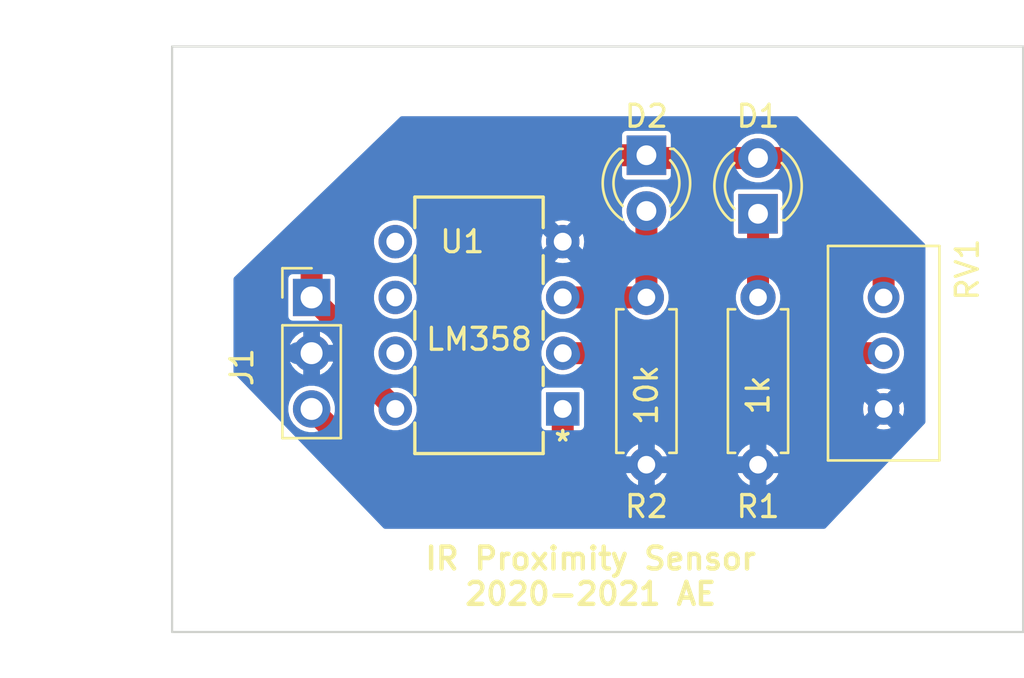
<source format=kicad_pcb>
(kicad_pcb (version 20171130) (host pcbnew "(5.1.8)-1")

  (general
    (thickness 1.6)
    (drawings 5)
    (tracks 23)
    (zones 0)
    (modules 11)
    (nets 7)
  )

  (page A4)
  (layers
    (0 F.Cu signal)
    (31 B.Cu signal)
    (32 B.Adhes user)
    (33 F.Adhes user)
    (34 B.Paste user)
    (35 F.Paste user)
    (36 B.SilkS user)
    (37 F.SilkS user)
    (38 B.Mask user)
    (39 F.Mask user)
    (40 Dwgs.User user)
    (41 Cmts.User user)
    (42 Eco1.User user)
    (43 Eco2.User user)
    (44 Edge.Cuts user)
    (45 Margin user)
    (46 B.CrtYd user)
    (47 F.CrtYd user)
    (48 B.Fab user)
    (49 F.Fab user)
  )

  (setup
    (last_trace_width 0.25)
    (user_trace_width 0.3)
    (user_trace_width 0.35)
    (user_trace_width 0.4)
    (user_trace_width 0.45)
    (user_trace_width 0.5)
    (user_trace_width 1)
    (user_trace_width 1.2)
    (trace_clearance 0.2)
    (zone_clearance 0.208)
    (zone_45_only no)
    (trace_min 0.2)
    (via_size 0.8)
    (via_drill 0.4)
    (via_min_size 0.4)
    (via_min_drill 0.3)
    (uvia_size 0.3)
    (uvia_drill 0.1)
    (uvias_allowed no)
    (uvia_min_size 0.2)
    (uvia_min_drill 0.1)
    (edge_width 0.05)
    (segment_width 0.2)
    (pcb_text_width 0.3)
    (pcb_text_size 1.5 1.5)
    (mod_edge_width 0.12)
    (mod_text_size 1 1)
    (mod_text_width 0.15)
    (pad_size 1.524 1.524)
    (pad_drill 0.762)
    (pad_to_mask_clearance 0)
    (aux_axis_origin 0 0)
    (visible_elements 7FFFFFFF)
    (pcbplotparams
      (layerselection 0x010f0_ffffffff)
      (usegerberextensions true)
      (usegerberattributes true)
      (usegerberadvancedattributes true)
      (creategerberjobfile true)
      (excludeedgelayer true)
      (linewidth 0.100000)
      (plotframeref false)
      (viasonmask false)
      (mode 1)
      (useauxorigin false)
      (hpglpennumber 1)
      (hpglpenspeed 20)
      (hpglpendiameter 15.000000)
      (psnegative false)
      (psa4output false)
      (plotreference true)
      (plotvalue true)
      (plotinvisibletext false)
      (padsonsilk false)
      (subtractmaskfromsilk false)
      (outputformat 1)
      (mirror false)
      (drillshape 0)
      (scaleselection 1)
      (outputdirectory "Tachometer_gerbers/"))
  )

  (net 0 "")
  (net 1 "Net-(D1-Pad2)")
  (net 2 "Net-(D1-Pad1)")
  (net 3 "Net-(D2-Pad2)")
  (net 4 "Net-(J1-Pad3)")
  (net 5 "Net-(J1-Pad2)")
  (net 6 "Net-(RV1-Pad2)")

  (net_class Default "This is the default net class."
    (clearance 0.2)
    (trace_width 0.25)
    (via_dia 0.8)
    (via_drill 0.4)
    (uvia_dia 0.3)
    (uvia_drill 0.1)
    (add_net "Net-(D1-Pad1)")
    (add_net "Net-(D1-Pad2)")
    (add_net "Net-(D2-Pad2)")
    (add_net "Net-(J1-Pad2)")
    (add_net "Net-(J1-Pad3)")
    (add_net "Net-(RV1-Pad2)")
  )

  (module MountingHole:MountingHole_3.2mm_M3 (layer F.Cu) (tedit 56D1B4CB) (tstamp 5FC15C9B)
    (at 107.315 92.075)
    (descr "Mounting Hole 3.2mm, no annular, M3")
    (tags "mounting hole 3.2mm no annular m3")
    (attr virtual)
    (fp_text reference MH3 (at 0 7.62) (layer F.SilkS) hide
      (effects (font (size 1 1) (thickness 0.15)))
    )
    (fp_text value MountingHole_3.2mm_M3 (at -5.715 5.08 180) (layer F.Fab)
      (effects (font (size 1 1) (thickness 0.15)))
    )
    (fp_circle (center 0 0) (end 3.45 0) (layer F.CrtYd) (width 0.05))
    (fp_circle (center 0 0) (end 3.2 0) (layer Cmts.User) (width 0.15))
    (fp_text user %R (at 0.3 0) (layer F.Fab)
      (effects (font (size 1 1) (thickness 0.15)))
    )
    (pad 1 np_thru_hole circle (at 0 0) (size 3.2 3.2) (drill 3.2) (layers *.Cu *.Mask))
  )

  (module MountingHole:MountingHole_3.2mm_M3 (layer F.Cu) (tedit 56D1B4CB) (tstamp 5FC15C70)
    (at 76.2 92.075)
    (descr "Mounting Hole 3.2mm, no annular, M3")
    (tags "mounting hole 3.2mm no annular m3")
    (attr virtual)
    (fp_text reference MH4 (at 0 7.62) (layer F.SilkS) hide
      (effects (font (size 1 1) (thickness 0.15)))
    )
    (fp_text value MountingHole_3.2mm_M3 (at 5.715 5.08) (layer F.Fab)
      (effects (font (size 1 1) (thickness 0.15)))
    )
    (fp_circle (center 0 0) (end 3.45 0) (layer F.CrtYd) (width 0.05))
    (fp_circle (center 0 0) (end 3.2 0) (layer Cmts.User) (width 0.15))
    (fp_text user %R (at 0.3 0) (layer F.Fab)
      (effects (font (size 1 1) (thickness 0.15)))
    )
    (pad 1 np_thru_hole circle (at 0 0) (size 3.2 3.2) (drill 3.2) (layers *.Cu *.Mask))
  )

  (module MountingHole:MountingHole_3.2mm_M3 (layer F.Cu) (tedit 56D1B4CB) (tstamp 5FC15BF8)
    (at 107.315 73.025)
    (descr "Mounting Hole 3.2mm, no annular, M3")
    (tags "mounting hole 3.2mm no annular m3")
    (attr virtual)
    (fp_text reference MH2 (at 0 -6.985 180) (layer F.SilkS) hide
      (effects (font (size 1 1) (thickness 0.15)))
    )
    (fp_text value MountingHole_3.2mm_M3 (at -5.715 -5.08 180) (layer F.Fab)
      (effects (font (size 1 1) (thickness 0.15)))
    )
    (fp_circle (center 0 0) (end 3.45 0) (layer F.CrtYd) (width 0.05))
    (fp_circle (center 0 0) (end 3.2 0) (layer Cmts.User) (width 0.15))
    (fp_text user %R (at 0.3 0) (layer F.Fab)
      (effects (font (size 1 1) (thickness 0.15)))
    )
    (pad 1 np_thru_hole circle (at 0 0) (size 3.2 3.2) (drill 3.2) (layers *.Cu *.Mask))
  )

  (module MountingHole:MountingHole_3.2mm_M3 (layer F.Cu) (tedit 56D1B4CB) (tstamp 5FC15BD4)
    (at 76.2 73.025)
    (descr "Mounting Hole 3.2mm, no annular, M3")
    (tags "mounting hole 3.2mm no annular m3")
    (attr virtual)
    (fp_text reference MH1 (at 0 -6.985) (layer F.SilkS) hide
      (effects (font (size 1 1) (thickness 0.15)))
    )
    (fp_text value MountingHole_3.2mm_M3 (at 5.08 -5.08 180) (layer F.Fab)
      (effects (font (size 1 1) (thickness 0.15)))
    )
    (fp_circle (center 0 0) (end 3.45 0) (layer F.CrtYd) (width 0.05))
    (fp_circle (center 0 0) (end 3.2 0) (layer Cmts.User) (width 0.15))
    (fp_text user %R (at 0.3 0) (layer F.Fab)
      (effects (font (size 1 1) (thickness 0.15)))
    )
    (pad 1 np_thru_hole circle (at 0 0) (size 3.2 3.2) (drill 3.2) (layers *.Cu *.Mask))
  )

  (module Potentiometer_THT:Potentiometer_Bourns_3296W_Vertical (layer F.Cu) (tedit 5A3D4994) (tstamp 5FB78FF5)
    (at 104.775 80.645 90)
    (descr "Potentiometer, vertical, Bourns 3296W, https://www.bourns.com/pdfs/3296.pdf")
    (tags "Potentiometer vertical Bourns 3296W")
    (path /5FB22F70)
    (fp_text reference RV1 (at 1.27 3.81 270) (layer F.SilkS)
      (effects (font (size 1 1) (thickness 0.15)))
    )
    (fp_text value R_POT (at -3.175 3.67 90) (layer F.Fab)
      (effects (font (size 1 1) (thickness 0.15)))
    )
    (fp_line (start 2.5 -2.7) (end -7.6 -2.7) (layer F.CrtYd) (width 0.05))
    (fp_line (start 2.5 2.7) (end 2.5 -2.7) (layer F.CrtYd) (width 0.05))
    (fp_line (start -7.6 2.7) (end 2.5 2.7) (layer F.CrtYd) (width 0.05))
    (fp_line (start -7.6 -2.7) (end -7.6 2.7) (layer F.CrtYd) (width 0.05))
    (fp_line (start 2.345 -2.53) (end 2.345 2.54) (layer F.SilkS) (width 0.12))
    (fp_line (start -7.425 -2.53) (end -7.425 2.54) (layer F.SilkS) (width 0.12))
    (fp_line (start -7.425 2.54) (end 2.345 2.54) (layer F.SilkS) (width 0.12))
    (fp_line (start -7.425 -2.53) (end 2.345 -2.53) (layer F.SilkS) (width 0.12))
    (fp_line (start 0.955 2.235) (end 0.956 0.066) (layer F.Fab) (width 0.1))
    (fp_line (start 0.955 2.235) (end 0.956 0.066) (layer F.Fab) (width 0.1))
    (fp_line (start 2.225 -2.41) (end -7.305 -2.41) (layer F.Fab) (width 0.1))
    (fp_line (start 2.225 2.42) (end 2.225 -2.41) (layer F.Fab) (width 0.1))
    (fp_line (start -7.305 2.42) (end 2.225 2.42) (layer F.Fab) (width 0.1))
    (fp_line (start -7.305 -2.41) (end -7.305 2.42) (layer F.Fab) (width 0.1))
    (fp_circle (center 0.955 1.15) (end 2.05 1.15) (layer F.Fab) (width 0.1))
    (fp_text user %R (at 1.27 3.81 270) (layer F.Fab)
      (effects (font (size 1 1) (thickness 0.15)))
    )
    (pad 3 thru_hole circle (at -5.08 0 90) (size 1.44 1.44) (drill 0.8) (layers *.Cu *.Mask)
      (net 5 "Net-(J1-Pad2)"))
    (pad 2 thru_hole circle (at -2.54 0 90) (size 1.44 1.44) (drill 0.8) (layers *.Cu *.Mask)
      (net 6 "Net-(RV1-Pad2)"))
    (pad 1 thru_hole circle (at 0 0 90) (size 1.44 1.44) (drill 0.8) (layers *.Cu *.Mask)
      (net 1 "Net-(D1-Pad2)"))
    (model ${KISYS3DMOD}/Potentiometer_THT.3dshapes/Potentiometer_Bourns_3296W_Vertical.wrl
      (at (xyz 0 0 0))
      (scale (xyz 1 1 1))
      (rotate (xyz 0 0 0))
    )
  )

  (module Resistor_THT:R_Axial_DIN0207_L6.3mm_D2.5mm_P7.62mm_Horizontal (layer F.Cu) (tedit 5AE5139B) (tstamp 5FB78FD9)
    (at 93.98 80.645 270)
    (descr "Resistor, Axial_DIN0207 series, Axial, Horizontal, pin pitch=7.62mm, 0.25W = 1/4W, length*diameter=6.3*2.5mm^2, http://cdn-reichelt.de/documents/datenblatt/B400/1_4W%23YAG.pdf")
    (tags "Resistor Axial_DIN0207 series Axial Horizontal pin pitch 7.62mm 0.25W = 1/4W length 6.3mm diameter 2.5mm")
    (path /5FB22808)
    (fp_text reference R2 (at 9.525 0) (layer F.SilkS)
      (effects (font (size 1 1) (thickness 0.15)))
    )
    (fp_text value 10k (at 4.445 0 270) (layer F.SilkS)
      (effects (font (size 1 1) (thickness 0.15)))
    )
    (fp_line (start 8.67 -1.5) (end -1.05 -1.5) (layer F.CrtYd) (width 0.05))
    (fp_line (start 8.67 1.5) (end 8.67 -1.5) (layer F.CrtYd) (width 0.05))
    (fp_line (start -1.05 1.5) (end 8.67 1.5) (layer F.CrtYd) (width 0.05))
    (fp_line (start -1.05 -1.5) (end -1.05 1.5) (layer F.CrtYd) (width 0.05))
    (fp_line (start 7.08 1.37) (end 7.08 1.04) (layer F.SilkS) (width 0.12))
    (fp_line (start 0.54 1.37) (end 7.08 1.37) (layer F.SilkS) (width 0.12))
    (fp_line (start 0.54 1.04) (end 0.54 1.37) (layer F.SilkS) (width 0.12))
    (fp_line (start 7.08 -1.37) (end 7.08 -1.04) (layer F.SilkS) (width 0.12))
    (fp_line (start 0.54 -1.37) (end 7.08 -1.37) (layer F.SilkS) (width 0.12))
    (fp_line (start 0.54 -1.04) (end 0.54 -1.37) (layer F.SilkS) (width 0.12))
    (fp_line (start 7.62 0) (end 6.96 0) (layer F.Fab) (width 0.1))
    (fp_line (start 0 0) (end 0.66 0) (layer F.Fab) (width 0.1))
    (fp_line (start 6.96 -1.25) (end 0.66 -1.25) (layer F.Fab) (width 0.1))
    (fp_line (start 6.96 1.25) (end 6.96 -1.25) (layer F.Fab) (width 0.1))
    (fp_line (start 0.66 1.25) (end 6.96 1.25) (layer F.Fab) (width 0.1))
    (fp_line (start 0.66 -1.25) (end 0.66 1.25) (layer F.Fab) (width 0.1))
    (fp_text user %R (at 9.525 0 180) (layer F.Fab)
      (effects (font (size 1 1) (thickness 0.15)))
    )
    (pad 1 thru_hole circle (at 0 0 270) (size 1.6 1.6) (drill 0.8) (layers *.Cu *.Mask)
      (net 3 "Net-(D2-Pad2)"))
    (pad 2 thru_hole oval (at 7.62 0 270) (size 1.6 1.6) (drill 0.8) (layers *.Cu *.Mask)
      (net 5 "Net-(J1-Pad2)"))
    (model ${KISYS3DMOD}/Resistor_THT.3dshapes/R_Axial_DIN0207_L6.3mm_D2.5mm_P7.62mm_Horizontal.wrl
      (at (xyz 0 0 0))
      (scale (xyz 1 1 1))
      (rotate (xyz 0 0 0))
    )
  )

  (module Resistor_THT:R_Axial_DIN0207_L6.3mm_D2.5mm_P7.62mm_Horizontal locked (layer F.Cu) (tedit 5AE5139B) (tstamp 5FB78FC2)
    (at 99.06 80.645 270)
    (descr "Resistor, Axial_DIN0207 series, Axial, Horizontal, pin pitch=7.62mm, 0.25W = 1/4W, length*diameter=6.3*2.5mm^2, http://cdn-reichelt.de/documents/datenblatt/B400/1_4W%23YAG.pdf")
    (tags "Resistor Axial_DIN0207 series Axial Horizontal pin pitch 7.62mm 0.25W = 1/4W length 6.3mm diameter 2.5mm")
    (path /5FB1C33E)
    (fp_text reference R1 (at 9.525 0 180) (layer F.SilkS)
      (effects (font (size 1 1) (thickness 0.15)))
    )
    (fp_text value 1k (at 4.445 0 270) (layer F.SilkS)
      (effects (font (size 1 1) (thickness 0.15)))
    )
    (fp_line (start 8.67 -1.5) (end -1.05 -1.5) (layer F.CrtYd) (width 0.05))
    (fp_line (start 8.67 1.5) (end 8.67 -1.5) (layer F.CrtYd) (width 0.05))
    (fp_line (start -1.05 1.5) (end 8.67 1.5) (layer F.CrtYd) (width 0.05))
    (fp_line (start -1.05 -1.5) (end -1.05 1.5) (layer F.CrtYd) (width 0.05))
    (fp_line (start 7.08 1.37) (end 7.08 1.04) (layer F.SilkS) (width 0.12))
    (fp_line (start 0.54 1.37) (end 7.08 1.37) (layer F.SilkS) (width 0.12))
    (fp_line (start 0.54 1.04) (end 0.54 1.37) (layer F.SilkS) (width 0.12))
    (fp_line (start 7.08 -1.37) (end 7.08 -1.04) (layer F.SilkS) (width 0.12))
    (fp_line (start 0.54 -1.37) (end 7.08 -1.37) (layer F.SilkS) (width 0.12))
    (fp_line (start 0.54 -1.04) (end 0.54 -1.37) (layer F.SilkS) (width 0.12))
    (fp_line (start 7.62 0) (end 6.96 0) (layer F.Fab) (width 0.1))
    (fp_line (start 0 0) (end 0.66 0) (layer F.Fab) (width 0.1))
    (fp_line (start 6.96 -1.25) (end 0.66 -1.25) (layer F.Fab) (width 0.1))
    (fp_line (start 6.96 1.25) (end 6.96 -1.25) (layer F.Fab) (width 0.1))
    (fp_line (start 0.66 1.25) (end 6.96 1.25) (layer F.Fab) (width 0.1))
    (fp_line (start 0.66 -1.25) (end 0.66 1.25) (layer F.Fab) (width 0.1))
    (pad 1 thru_hole circle (at 0 0 270) (size 1.6 1.6) (drill 0.8) (layers *.Cu *.Mask)
      (net 2 "Net-(D1-Pad1)"))
    (pad 2 thru_hole oval (at 7.62 0 270) (size 1.6 1.6) (drill 0.8) (layers *.Cu *.Mask)
      (net 5 "Net-(J1-Pad2)"))
    (model ${KISYS3DMOD}/Resistor_THT.3dshapes/R_Axial_DIN0207_L6.3mm_D2.5mm_P7.62mm_Horizontal.wrl
      (at (xyz 0 0 0))
      (scale (xyz 1 1 1))
      (rotate (xyz 0 0 0))
    )
  )

  (module Connector_PinHeader_2.54mm:PinHeader_1x03_P2.54mm_Vertical (layer F.Cu) (tedit 59FED5CC) (tstamp 5FB78FAB)
    (at 78.74 80.645)
    (descr "Through hole straight pin header, 1x03, 2.54mm pitch, single row")
    (tags "Through hole pin header THT 1x03 2.54mm single row")
    (path /5FB1B813)
    (fp_text reference J1 (at -3.175 3.175 270) (layer F.SilkS)
      (effects (font (size 1 1) (thickness 0.15)))
    )
    (fp_text value Connector (at -5.08 2.54 90) (layer F.Fab)
      (effects (font (size 1 1) (thickness 0.15)))
    )
    (fp_line (start -0.635 -1.27) (end 1.27 -1.27) (layer F.Fab) (width 0.1))
    (fp_line (start 1.27 -1.27) (end 1.27 6.35) (layer F.Fab) (width 0.1))
    (fp_line (start 1.27 6.35) (end -1.27 6.35) (layer F.Fab) (width 0.1))
    (fp_line (start -1.27 6.35) (end -1.27 -0.635) (layer F.Fab) (width 0.1))
    (fp_line (start -1.27 -0.635) (end -0.635 -1.27) (layer F.Fab) (width 0.1))
    (fp_line (start -1.33 6.41) (end 1.33 6.41) (layer F.SilkS) (width 0.12))
    (fp_line (start -1.33 1.27) (end -1.33 6.41) (layer F.SilkS) (width 0.12))
    (fp_line (start 1.33 1.27) (end 1.33 6.41) (layer F.SilkS) (width 0.12))
    (fp_line (start -1.33 1.27) (end 1.33 1.27) (layer F.SilkS) (width 0.12))
    (fp_line (start -1.33 0) (end -1.33 -1.33) (layer F.SilkS) (width 0.12))
    (fp_line (start -1.33 -1.33) (end 0 -1.33) (layer F.SilkS) (width 0.12))
    (fp_line (start -1.8 -1.8) (end -1.8 6.85) (layer F.CrtYd) (width 0.05))
    (fp_line (start -1.8 6.85) (end 1.8 6.85) (layer F.CrtYd) (width 0.05))
    (fp_line (start 1.8 6.85) (end 1.8 -1.8) (layer F.CrtYd) (width 0.05))
    (fp_line (start 1.8 -1.8) (end -1.8 -1.8) (layer F.CrtYd) (width 0.05))
    (fp_text user %R (at 0 2.54 90) (layer F.Fab)
      (effects (font (size 1 1) (thickness 0.15)))
    )
    (pad 3 thru_hole oval (at 0 5.08) (size 1.7 1.7) (drill 1) (layers *.Cu *.Mask)
      (net 4 "Net-(J1-Pad3)"))
    (pad 2 thru_hole oval (at 0 2.54) (size 1.7 1.7) (drill 1) (layers *.Cu *.Mask)
      (net 5 "Net-(J1-Pad2)"))
    (pad 1 thru_hole rect (at 0 0) (size 1.7 1.7) (drill 1) (layers *.Cu *.Mask)
      (net 1 "Net-(D1-Pad2)"))
    (model ${KISYS3DMOD}/Connector_PinHeader_2.54mm.3dshapes/PinHeader_1x03_P2.54mm_Vertical.wrl
      (at (xyz 0 0 0))
      (scale (xyz 1 1 1))
      (rotate (xyz 0 0 0))
    )
  )

  (module LED_THT:LED_D3.0mm_IRBlack (layer F.Cu) (tedit 5A6C9BB8) (tstamp 5FB78F94)
    (at 93.98 74.168 270)
    (descr "IR-ED, diameter 3.0mm, 2 pins, color: black")
    (tags "IR infrared LED diameter 3.0mm 2 pins black")
    (path /5FB21AB9)
    (fp_text reference D2 (at -1.778 0 180) (layer F.SilkS)
      (effects (font (size 1 1) (thickness 0.15)))
    )
    (fp_text value "IR sensor" (at -3.683 1.905) (layer F.Fab)
      (effects (font (size 1 1) (thickness 0.15)))
    )
    (fp_line (start -0.23 -1.16619) (end -0.23 1.16619) (layer F.Fab) (width 0.1))
    (fp_line (start -0.29 -1.236) (end -0.29 -1.08) (layer F.SilkS) (width 0.12))
    (fp_line (start -0.29 1.08) (end -0.29 1.236) (layer F.SilkS) (width 0.12))
    (fp_line (start -1.15 -2.25) (end -1.15 2.25) (layer F.CrtYd) (width 0.05))
    (fp_line (start -1.15 2.25) (end 3.7 2.25) (layer F.CrtYd) (width 0.05))
    (fp_line (start 3.7 2.25) (end 3.7 -2.25) (layer F.CrtYd) (width 0.05))
    (fp_line (start 3.7 -2.25) (end -1.15 -2.25) (layer F.CrtYd) (width 0.05))
    (fp_circle (center 1.27 0) (end 2.77 0) (layer F.Fab) (width 0.1))
    (fp_arc (start 1.27 0) (end 0.229039 1.08) (angle -87.9) (layer F.SilkS) (width 0.12))
    (fp_arc (start 1.27 0) (end 0.229039 -1.08) (angle 87.9) (layer F.SilkS) (width 0.12))
    (fp_arc (start 1.27 0) (end -0.29 1.235516) (angle -108.8) (layer F.SilkS) (width 0.12))
    (fp_arc (start 1.27 0) (end -0.29 -1.235516) (angle 108.8) (layer F.SilkS) (width 0.12))
    (fp_arc (start 1.27 0) (end -0.23 -1.16619) (angle 284.3) (layer F.Fab) (width 0.1))
    (fp_text user %R (at 1.47 0 90) (layer F.Fab)
      (effects (font (size 0.8 0.8) (thickness 0.12)))
    )
    (pad 2 thru_hole circle (at 2.54 0 270) (size 1.8 1.8) (drill 0.9) (layers *.Cu *.Mask)
      (net 3 "Net-(D2-Pad2)"))
    (pad 1 thru_hole rect (at 0 0 270) (size 1.8 1.8) (drill 0.9) (layers *.Cu *.Mask)
      (net 1 "Net-(D1-Pad2)"))
    (model ${KISYS3DMOD}/LED_THT.3dshapes/LED_D3.0mm_IRBlack.wrl
      (at (xyz 0 0 0))
      (scale (xyz 1 1 1))
      (rotate (xyz 0 0 0))
    )
  )

  (module LM358:LM358 (layer F.Cu) (tedit 0) (tstamp 5FB79047)
    (at 82.55 78.105 180)
    (path /5FAF93E9)
    (fp_text reference U1 (at -3.048 0) (layer F.SilkS)
      (effects (font (size 1 1) (thickness 0.15)))
    )
    (fp_text value LM358 (at -3.81 -4.445) (layer F.SilkS)
      (effects (font (size 1 1) (thickness 0.15)))
    )
    (fp_line (start -6.604 -7.2136) (end -6.604 -8.0264) (layer F.Fab) (width 0.1524))
    (fp_line (start -6.604 -8.0264) (end -8.0264 -8.0264) (layer F.Fab) (width 0.1524))
    (fp_line (start -8.0264 -8.0264) (end -8.0264 -7.2136) (layer F.Fab) (width 0.1524))
    (fp_line (start -8.0264 -7.2136) (end -6.604 -7.2136) (layer F.Fab) (width 0.1524))
    (fp_line (start -6.604 -4.6736) (end -6.604 -5.4864) (layer F.Fab) (width 0.1524))
    (fp_line (start -6.604 -5.4864) (end -8.0264 -5.4864) (layer F.Fab) (width 0.1524))
    (fp_line (start -8.0264 -5.4864) (end -8.0264 -4.6736) (layer F.Fab) (width 0.1524))
    (fp_line (start -8.0264 -4.6736) (end -6.604 -4.6736) (layer F.Fab) (width 0.1524))
    (fp_line (start -6.604 -2.1336) (end -6.604 -2.9464) (layer F.Fab) (width 0.1524))
    (fp_line (start -6.604 -2.9464) (end -8.0264 -2.9464) (layer F.Fab) (width 0.1524))
    (fp_line (start -8.0264 -2.9464) (end -8.0264 -2.1336) (layer F.Fab) (width 0.1524))
    (fp_line (start -8.0264 -2.1336) (end -6.604 -2.1336) (layer F.Fab) (width 0.1524))
    (fp_line (start -6.604 0.4064) (end -6.604 -0.4064) (layer F.Fab) (width 0.1524))
    (fp_line (start -6.604 -0.4064) (end -8.0264 -0.4064) (layer F.Fab) (width 0.1524))
    (fp_line (start -8.0264 -0.4064) (end -8.0264 0.4064) (layer F.Fab) (width 0.1524))
    (fp_line (start -8.0264 0.4064) (end -6.604 0.4064) (layer F.Fab) (width 0.1524))
    (fp_line (start -1.016 -0.4064) (end -1.016 0.4064) (layer F.Fab) (width 0.1524))
    (fp_line (start -1.016 0.4064) (end 0.4064 0.4064) (layer F.Fab) (width 0.1524))
    (fp_line (start 0.4064 0.4064) (end 0.4064 -0.4064) (layer F.Fab) (width 0.1524))
    (fp_line (start 0.4064 -0.4064) (end -1.016 -0.4064) (layer F.Fab) (width 0.1524))
    (fp_line (start -1.016 -2.9464) (end -1.016 -2.1336) (layer F.Fab) (width 0.1524))
    (fp_line (start -1.016 -2.1336) (end 0.4064 -2.1336) (layer F.Fab) (width 0.1524))
    (fp_line (start 0.4064 -2.1336) (end 0.4064 -2.9464) (layer F.Fab) (width 0.1524))
    (fp_line (start 0.4064 -2.9464) (end -1.016 -2.9464) (layer F.Fab) (width 0.1524))
    (fp_line (start -1.016 -5.4864) (end -1.016 -4.6736) (layer F.Fab) (width 0.1524))
    (fp_line (start -1.016 -4.6736) (end 0.4064 -4.6736) (layer F.Fab) (width 0.1524))
    (fp_line (start 0.4064 -4.6736) (end 0.4064 -5.4864) (layer F.Fab) (width 0.1524))
    (fp_line (start 0.4064 -5.4864) (end -1.016 -5.4864) (layer F.Fab) (width 0.1524))
    (fp_line (start -1.016 -8.0264) (end -1.016 -7.2136) (layer F.Fab) (width 0.1524))
    (fp_line (start -1.016 -7.2136) (end 0.4064 -7.2136) (layer F.Fab) (width 0.1524))
    (fp_line (start 0.4064 -7.2136) (end 0.4064 -8.0264) (layer F.Fab) (width 0.1524))
    (fp_line (start 0.4064 -8.0264) (end -1.016 -8.0264) (layer F.Fab) (width 0.1524))
    (fp_line (start -6.731 2.032) (end -0.889 2.032) (layer F.SilkS) (width 0.1524))
    (fp_line (start -0.889 2.032) (end -0.889 0.638854) (layer F.SilkS) (width 0.1524))
    (fp_line (start -0.889 -9.652) (end -6.731 -9.652) (layer F.SilkS) (width 0.1524))
    (fp_line (start -6.731 -9.652) (end -6.731 -8.68955) (layer F.SilkS) (width 0.1524))
    (fp_line (start -6.604 1.905) (end -1.016 1.905) (layer F.Fab) (width 0.1524))
    (fp_line (start -1.016 1.905) (end -1.016 -9.525) (layer F.Fab) (width 0.1524))
    (fp_line (start -1.016 -9.525) (end -6.604 -9.525) (layer F.Fab) (width 0.1524))
    (fp_line (start -6.604 -9.525) (end -6.604 1.905) (layer F.Fab) (width 0.1524))
    (fp_line (start -6.731 -6.55045) (end -6.731 -5.718854) (layer F.SilkS) (width 0.1524))
    (fp_line (start -6.731 -4.441146) (end -6.731 -3.178854) (layer F.SilkS) (width 0.1524))
    (fp_line (start -6.731 -1.901146) (end -6.731 -0.638854) (layer F.SilkS) (width 0.1524))
    (fp_line (start -6.731 0.638854) (end -6.731 2.032) (layer F.SilkS) (width 0.1524))
    (fp_line (start -0.889 -0.638854) (end -0.889 -1.901146) (layer F.SilkS) (width 0.1524))
    (fp_line (start -0.889 -3.178854) (end -0.889 -4.441146) (layer F.SilkS) (width 0.1524))
    (fp_line (start -0.889 -5.718854) (end -0.889 -6.981146) (layer F.SilkS) (width 0.1524))
    (fp_line (start -0.889 -8.258854) (end -0.889 -9.652) (layer F.SilkS) (width 0.1524))
    (fp_line (start 1.016 0.254) (end 1.016 -7.874) (layer F.CrtYd) (width 0.1524))
    (fp_line (start 1.016 -7.874) (end -0.762 -7.874) (layer F.CrtYd) (width 0.1524))
    (fp_line (start -0.762 -7.874) (end -0.762 -9.779) (layer F.CrtYd) (width 0.1524))
    (fp_line (start -0.762 -9.779) (end -6.858 -9.779) (layer F.CrtYd) (width 0.1524))
    (fp_line (start -6.858 -9.779) (end -6.858 -7.874) (layer F.CrtYd) (width 0.1524))
    (fp_line (start -6.858 -7.874) (end -8.636 -7.874) (layer F.CrtYd) (width 0.1524))
    (fp_line (start -8.636 -7.874) (end -8.636 0.254) (layer F.CrtYd) (width 0.1524))
    (fp_line (start -8.636 0.254) (end -6.858 0.254) (layer F.CrtYd) (width 0.1524))
    (fp_line (start -6.858 0.254) (end -6.858 2.159) (layer F.CrtYd) (width 0.1524))
    (fp_line (start -6.858 2.159) (end -0.762 2.159) (layer F.CrtYd) (width 0.1524))
    (fp_line (start -0.762 2.159) (end -0.762 0.254) (layer F.CrtYd) (width 0.1524))
    (fp_line (start -0.762 0.254) (end 1.016 0.254) (layer F.CrtYd) (width 0.1524))
    (fp_arc (start -3.81 -9.525) (end -3.5052 -9.525) (angle 180) (layer F.Fab) (width 0.1524))
    (fp_text user * (at -7.62 -9.144) (layer F.SilkS)
      (effects (font (size 1 1) (thickness 0.15)))
    )
    (fp_text user * (at -6.35 -7.62) (layer F.Fab)
      (effects (font (size 1 1) (thickness 0.15)))
    )
    (fp_text user 0.06in/1.524mm (at 15.24 0 90) (layer Dwgs.User)
      (effects (font (size 1 1) (thickness 0.15)))
    )
    (fp_text user 0.3in/7.62mm (at 11.43 0 90) (layer Dwgs.User)
      (effects (font (size 1 1) (thickness 0.15)))
    )
    (fp_text user 0.06in/1.524mm (at 17.145 0 90) (layer Dwgs.User)
      (effects (font (size 1 1) (thickness 0.15)))
    )
    (fp_text user 0.1in/2.54mm (at 13.335 0 90) (layer Dwgs.User)
      (effects (font (size 1 1) (thickness 0.15)))
    )
    (fp_text user * (at -6.35 -7.62) (layer F.Fab)
      (effects (font (size 1 1) (thickness 0.15)))
    )
    (fp_text user * (at -7.62 -9.144) (layer F.SilkS)
      (effects (font (size 1 1) (thickness 0.15)))
    )
    (fp_text user "Copyright 2016 Accelerated Designs. All rights reserved." (at -3.81 2.54) (layer Cmts.User)
      (effects (font (size 0.127 0.127) (thickness 0.002)))
    )
    (pad 8 thru_hole circle (at 0 -7.62 180) (size 1.524 1.524) (drill 0.8128) (layers *.Cu *.Mask)
      (net 1 "Net-(D1-Pad2)"))
    (pad 7 thru_hole circle (at 0 -5.08 180) (size 1.524 1.524) (drill 0.8128) (layers *.Cu *.Mask))
    (pad 6 thru_hole circle (at 0 -2.54 180) (size 1.524 1.524) (drill 0.8128) (layers *.Cu *.Mask))
    (pad 5 thru_hole circle (at 0 0 180) (size 1.524 1.524) (drill 0.8128) (layers *.Cu *.Mask))
    (pad 4 thru_hole circle (at -7.62 0 180) (size 1.524 1.524) (drill 0.8128) (layers *.Cu *.Mask)
      (net 5 "Net-(J1-Pad2)"))
    (pad 3 thru_hole circle (at -7.62 -2.54 180) (size 1.524 1.524) (drill 0.8128) (layers *.Cu *.Mask)
      (net 3 "Net-(D2-Pad2)"))
    (pad 2 thru_hole circle (at -7.62 -5.08 180) (size 1.524 1.524) (drill 0.8128) (layers *.Cu *.Mask)
      (net 6 "Net-(RV1-Pad2)"))
    (pad 1 thru_hole rect (at -7.62 -7.62 180) (size 1.524 1.524) (drill 0.8128) (layers *.Cu *.Mask)
      (net 4 "Net-(J1-Pad3)"))
  )

  (module LED_THT:LED_D3.0mm_IRBlack (layer F.Cu) (tedit 5A6C9BB8) (tstamp 5FB78F82)
    (at 99.06 76.835 90)
    (descr "IR-ED, diameter 3.0mm, 2 pins, color: black")
    (tags "IR infrared LED diameter 3.0mm 2 pins black")
    (path /5FB1BA9F)
    (fp_text reference D1 (at 4.445 0 180) (layer F.SilkS)
      (effects (font (size 1 1) (thickness 0.15)))
    )
    (fp_text value "IR LED" (at 6.35 0.635) (layer F.Fab)
      (effects (font (size 1 1) (thickness 0.15)))
    )
    (fp_line (start -0.23 -1.16619) (end -0.23 1.16619) (layer F.Fab) (width 0.1))
    (fp_line (start -0.29 -1.236) (end -0.29 -1.08) (layer F.SilkS) (width 0.12))
    (fp_line (start -0.29 1.08) (end -0.29 1.236) (layer F.SilkS) (width 0.12))
    (fp_line (start -1.15 -2.25) (end -1.15 2.25) (layer F.CrtYd) (width 0.05))
    (fp_line (start -1.15 2.25) (end 3.7 2.25) (layer F.CrtYd) (width 0.05))
    (fp_line (start 3.7 2.25) (end 3.7 -2.25) (layer F.CrtYd) (width 0.05))
    (fp_line (start 3.7 -2.25) (end -1.15 -2.25) (layer F.CrtYd) (width 0.05))
    (fp_circle (center 1.27 0) (end 2.77 0) (layer F.Fab) (width 0.1))
    (fp_arc (start 1.27 0) (end 0.229039 1.08) (angle -87.9) (layer F.SilkS) (width 0.12))
    (fp_arc (start 1.27 0) (end 0.229039 -1.08) (angle 87.9) (layer F.SilkS) (width 0.12))
    (fp_arc (start 1.27 0) (end -0.29 1.235516) (angle -108.8) (layer F.SilkS) (width 0.12))
    (fp_arc (start 1.27 0) (end -0.29 -1.235516) (angle 108.8) (layer F.SilkS) (width 0.12))
    (fp_arc (start 1.27 0) (end -0.23 -1.16619) (angle 284.3) (layer F.Fab) (width 0.1))
    (fp_text user %R (at 1.27 -0.254 270) (layer F.Fab)
      (effects (font (size 0.8 0.8) (thickness 0.12)))
    )
    (pad 2 thru_hole circle (at 2.54 0 90) (size 1.8 1.8) (drill 0.9) (layers *.Cu *.Mask)
      (net 1 "Net-(D1-Pad2)"))
    (pad 1 thru_hole rect (at 0 0 90) (size 1.8 1.8) (drill 0.9) (layers *.Cu *.Mask)
      (net 2 "Net-(D1-Pad1)"))
    (model ${KISYS3DMOD}/LED_THT.3dshapes/LED_D3.0mm_IRBlack.wrl
      (at (xyz 0 0 0))
      (scale (xyz 1 1 1))
      (rotate (xyz 0 0 0))
    )
  )

  (gr_text "IR Proximity Sensor\n2020-2021 AE" (at 91.44 93.345) (layer F.SilkS)
    (effects (font (size 1 1) (thickness 0.2)))
  )
  (gr_line (start 111.125 69.215) (end 111.125 95.885) (layer Edge.Cuts) (width 0.1))
  (gr_line (start 72.39 69.215) (end 111.125 69.215) (layer Edge.Cuts) (width 0.1))
  (gr_line (start 72.39 95.885) (end 72.39 69.215) (layer Edge.Cuts) (width 0.1))
  (gr_line (start 111.125 95.885) (end 72.39 95.885) (layer Edge.Cuts) (width 0.1))

  (segment (start 98.933 74.168) (end 99.06 74.295) (width 1) (layer B.Cu) (net 1))
  (segment (start 94.107 74.295) (end 93.98 74.168) (width 1) (layer F.Cu) (net 1))
  (segment (start 99.06 74.295) (end 94.107 74.295) (width 1) (layer F.Cu) (net 1))
  (segment (start 82.55 85.725) (end 80.645 83.82) (width 1) (layer F.Cu) (net 1))
  (segment (start 80.645 83.82) (end 80.645 82.55) (width 1) (layer F.Cu) (net 1))
  (segment (start 80.645 82.55) (end 78.74 80.645) (width 1) (layer F.Cu) (net 1))
  (segment (start 99.06 74.295) (end 101.473 74.295) (width 1) (layer F.Cu) (net 1))
  (segment (start 104.775 77.597) (end 104.775 80.645) (width 1) (layer F.Cu) (net 1))
  (segment (start 101.473 74.295) (end 104.775 77.597) (width 1) (layer F.Cu) (net 1))
  (segment (start 78.74 77.724) (end 78.74 80.645) (width 1) (layer F.Cu) (net 1))
  (segment (start 82.296 74.168) (end 78.74 77.724) (width 1) (layer F.Cu) (net 1))
  (segment (start 93.98 74.168) (end 82.296 74.168) (width 1) (layer F.Cu) (net 1))
  (segment (start 99.06 76.835) (end 99.06 80.645) (width 1) (layer F.Cu) (net 2))
  (segment (start 93.98 80.645) (end 90.17 80.645) (width 1) (layer F.Cu) (net 3))
  (segment (start 93.98 76.708) (end 93.98 80.645) (width 1) (layer F.Cu) (net 3))
  (segment (start 90.17 88.9) (end 90.17 85.725) (width 1) (layer F.Cu) (net 4))
  (segment (start 88.9 90.17) (end 90.17 88.9) (width 1) (layer F.Cu) (net 4))
  (segment (start 83.185 90.17) (end 88.9 90.17) (width 1) (layer F.Cu) (net 4))
  (segment (start 78.74 85.725) (end 83.185 90.17) (width 1) (layer F.Cu) (net 4))
  (segment (start 78.74 83.185) (end 78.105 83.185) (width 1) (layer B.Cu) (net 5))
  (segment (start 90.464 83.272) (end 90.424 83.312) (width 1) (layer F.Cu) (net 6))
  (segment (start 90.464 83.272) (end 90.424 83.312) (width 1) (layer B.Cu) (net 6))
  (segment (start 104.775 83.185) (end 90.17 83.185) (width 1) (layer F.Cu) (net 6))

  (zone (net 5) (net_name "Net-(J1-Pad2)") (layer B.Cu) (tstamp 5FCAB521) (hatch edge 0.508)
    (connect_pads (clearance 0.208))
    (min_thickness 0.254)
    (fill yes (arc_segments 32) (thermal_gap 0.208) (thermal_bridge_width 0.762))
    (polygon
      (pts
        (xy 106.68 78.232) (xy 106.68 86.36) (xy 102.108 91.186) (xy 82.042 91.186) (xy 75.184 84.074)
        (xy 75.184 79.756) (xy 82.804 72.39) (xy 100.838 72.39)
      )
    )
    (filled_polygon
      (pts
        (xy 106.553 78.284606) (xy 106.553 86.309394) (xy 102.053373 91.059) (xy 82.095962 91.059) (xy 79.810533 88.688925)
        (xy 92.927127 88.688925) (xy 93.030061 88.886185) (xy 93.169501 89.059573) (xy 93.340088 89.202426) (xy 93.535266 89.309254)
        (xy 93.556077 89.31786) (xy 93.726 89.285103) (xy 93.726 88.519) (xy 94.234 88.519) (xy 94.234 89.285103)
        (xy 94.403923 89.31786) (xy 94.424734 89.309254) (xy 94.619912 89.202426) (xy 94.790499 89.059573) (xy 94.929939 88.886185)
        (xy 95.032873 88.688925) (xy 98.007127 88.688925) (xy 98.110061 88.886185) (xy 98.249501 89.059573) (xy 98.420088 89.202426)
        (xy 98.615266 89.309254) (xy 98.636077 89.31786) (xy 98.806 89.285103) (xy 98.806 88.519) (xy 99.314 88.519)
        (xy 99.314 89.285103) (xy 99.483923 89.31786) (xy 99.504734 89.309254) (xy 99.699912 89.202426) (xy 99.870499 89.059573)
        (xy 100.009939 88.886185) (xy 100.112873 88.688925) (xy 100.082477 88.519) (xy 99.314 88.519) (xy 98.806 88.519)
        (xy 98.037523 88.519) (xy 98.007127 88.688925) (xy 95.032873 88.688925) (xy 95.002477 88.519) (xy 94.234 88.519)
        (xy 93.726 88.519) (xy 92.957523 88.519) (xy 92.927127 88.688925) (xy 79.810533 88.688925) (xy 78.992964 87.841075)
        (xy 92.927127 87.841075) (xy 92.957523 88.011) (xy 93.726 88.011) (xy 93.726 87.244897) (xy 94.234 87.244897)
        (xy 94.234 88.011) (xy 95.002477 88.011) (xy 95.032873 87.841075) (xy 98.007127 87.841075) (xy 98.037523 88.011)
        (xy 98.806 88.011) (xy 98.806 87.244897) (xy 99.314 87.244897) (xy 99.314 88.011) (xy 100.082477 88.011)
        (xy 100.112873 87.841075) (xy 100.009939 87.643815) (xy 99.870499 87.470427) (xy 99.699912 87.327574) (xy 99.504734 87.220746)
        (xy 99.483923 87.21214) (xy 99.314 87.244897) (xy 98.806 87.244897) (xy 98.636077 87.21214) (xy 98.615266 87.220746)
        (xy 98.420088 87.327574) (xy 98.249501 87.470427) (xy 98.110061 87.643815) (xy 98.007127 87.841075) (xy 95.032873 87.841075)
        (xy 94.929939 87.643815) (xy 94.790499 87.470427) (xy 94.619912 87.327574) (xy 94.424734 87.220746) (xy 94.403923 87.21214)
        (xy 94.234 87.244897) (xy 93.726 87.244897) (xy 93.556077 87.21214) (xy 93.535266 87.220746) (xy 93.340088 87.327574)
        (xy 93.169501 87.470427) (xy 93.030061 87.643815) (xy 92.927127 87.841075) (xy 78.992964 87.841075) (xy 76.839919 85.608288)
        (xy 77.555 85.608288) (xy 77.555 85.841712) (xy 77.600539 86.070652) (xy 77.689866 86.286308) (xy 77.81955 86.480394)
        (xy 77.984606 86.64545) (xy 78.178692 86.775134) (xy 78.394348 86.864461) (xy 78.623288 86.91) (xy 78.856712 86.91)
        (xy 79.085652 86.864461) (xy 79.301308 86.775134) (xy 79.495394 86.64545) (xy 79.66045 86.480394) (xy 79.790134 86.286308)
        (xy 79.879461 86.070652) (xy 79.925 85.841712) (xy 79.925 85.616955) (xy 81.453 85.616955) (xy 81.453 85.833045)
        (xy 81.495157 86.044983) (xy 81.577851 86.244624) (xy 81.697904 86.424297) (xy 81.850703 86.577096) (xy 82.030376 86.697149)
        (xy 82.230017 86.779843) (xy 82.441955 86.822) (xy 82.658045 86.822) (xy 82.869983 86.779843) (xy 83.069624 86.697149)
        (xy 83.249297 86.577096) (xy 83.402096 86.424297) (xy 83.522149 86.244624) (xy 83.604843 86.044983) (xy 83.647 85.833045)
        (xy 83.647 85.616955) (xy 83.604843 85.405017) (xy 83.522149 85.205376) (xy 83.402096 85.025703) (xy 83.339393 84.963)
        (xy 89.07138 84.963) (xy 89.07138 86.487) (xy 89.077848 86.552671) (xy 89.097004 86.615819) (xy 89.128111 86.674016)
        (xy 89.169974 86.725026) (xy 89.220984 86.766889) (xy 89.279181 86.797996) (xy 89.342329 86.817152) (xy 89.408 86.82362)
        (xy 90.932 86.82362) (xy 90.997671 86.817152) (xy 91.060819 86.797996) (xy 91.119016 86.766889) (xy 91.170026 86.725026)
        (xy 91.211889 86.674016) (xy 91.242996 86.615819) (xy 91.256524 86.571221) (xy 104.287989 86.571221) (xy 104.375526 86.706958)
        (xy 104.574773 86.766024) (xy 104.781713 86.785083) (xy 104.988396 86.763405) (xy 105.174474 86.706958) (xy 105.262011 86.571221)
        (xy 104.775 86.08421) (xy 104.287989 86.571221) (xy 91.256524 86.571221) (xy 91.262152 86.552671) (xy 91.26862 86.487)
        (xy 91.26862 85.731713) (xy 103.714917 85.731713) (xy 103.736595 85.938396) (xy 103.793042 86.124474) (xy 103.928779 86.212011)
        (xy 104.41579 85.725) (xy 105.13421 85.725) (xy 105.621221 86.212011) (xy 105.756958 86.124474) (xy 105.816024 85.925227)
        (xy 105.835083 85.718287) (xy 105.813405 85.511604) (xy 105.756958 85.325526) (xy 105.621221 85.237989) (xy 105.13421 85.725)
        (xy 104.41579 85.725) (xy 103.928779 85.237989) (xy 103.793042 85.325526) (xy 103.733976 85.524773) (xy 103.714917 85.731713)
        (xy 91.26862 85.731713) (xy 91.26862 84.963) (xy 91.262152 84.897329) (xy 91.256525 84.878779) (xy 104.287989 84.878779)
        (xy 104.775 85.36579) (xy 105.262011 84.878779) (xy 105.174474 84.743042) (xy 104.975227 84.683976) (xy 104.768287 84.664917)
        (xy 104.561604 84.686595) (xy 104.375526 84.743042) (xy 104.287989 84.878779) (xy 91.256525 84.878779) (xy 91.242996 84.834181)
        (xy 91.211889 84.775984) (xy 91.170026 84.724974) (xy 91.119016 84.683111) (xy 91.060819 84.652004) (xy 90.997671 84.632848)
        (xy 90.932 84.62638) (xy 89.408 84.62638) (xy 89.342329 84.632848) (xy 89.279181 84.652004) (xy 89.220984 84.683111)
        (xy 89.169974 84.724974) (xy 89.128111 84.775984) (xy 89.097004 84.834181) (xy 89.077848 84.897329) (xy 89.07138 84.963)
        (xy 83.339393 84.963) (xy 83.249297 84.872904) (xy 83.069624 84.752851) (xy 82.869983 84.670157) (xy 82.658045 84.628)
        (xy 82.441955 84.628) (xy 82.230017 84.670157) (xy 82.030376 84.752851) (xy 81.850703 84.872904) (xy 81.697904 85.025703)
        (xy 81.577851 85.205376) (xy 81.495157 85.405017) (xy 81.453 85.616955) (xy 79.925 85.616955) (xy 79.925 85.608288)
        (xy 79.879461 85.379348) (xy 79.790134 85.163692) (xy 79.66045 84.969606) (xy 79.495394 84.80455) (xy 79.301308 84.674866)
        (xy 79.085652 84.585539) (xy 78.856712 84.54) (xy 78.623288 84.54) (xy 78.394348 84.585539) (xy 78.178692 84.674866)
        (xy 77.984606 84.80455) (xy 77.81955 84.969606) (xy 77.689866 85.163692) (xy 77.600539 85.379348) (xy 77.555 85.608288)
        (xy 76.839919 85.608288) (xy 75.311 84.022743) (xy 75.311 83.616939) (xy 77.636527 83.616939) (xy 77.65429 83.659853)
        (xy 77.767791 83.86254) (xy 77.918653 84.03919) (xy 78.101079 84.183014) (xy 78.308059 84.288485) (xy 78.486 84.25872)
        (xy 78.486 83.439) (xy 78.994 83.439) (xy 78.994 84.25872) (xy 79.171941 84.288485) (xy 79.378921 84.183014)
        (xy 79.561347 84.03919) (xy 79.712209 83.86254) (xy 79.82571 83.659853) (xy 79.843473 83.616939) (xy 79.811558 83.439)
        (xy 78.994 83.439) (xy 78.486 83.439) (xy 77.668442 83.439) (xy 77.636527 83.616939) (xy 75.311 83.616939)
        (xy 75.311 83.076955) (xy 81.453 83.076955) (xy 81.453 83.293045) (xy 81.495157 83.504983) (xy 81.577851 83.704624)
        (xy 81.697904 83.884297) (xy 81.850703 84.037096) (xy 82.030376 84.157149) (xy 82.230017 84.239843) (xy 82.441955 84.282)
        (xy 82.658045 84.282) (xy 82.869983 84.239843) (xy 83.069624 84.157149) (xy 83.249297 84.037096) (xy 83.402096 83.884297)
        (xy 83.522149 83.704624) (xy 83.604843 83.504983) (xy 83.647 83.293045) (xy 83.647 83.076955) (xy 89.073 83.076955)
        (xy 89.073 83.293045) (xy 89.115157 83.504983) (xy 89.197851 83.704624) (xy 89.317904 83.884297) (xy 89.470703 84.037096)
        (xy 89.650376 84.157149) (xy 89.850017 84.239843) (xy 90.061955 84.282) (xy 90.278045 84.282) (xy 90.489983 84.239843)
        (xy 90.689624 84.157149) (xy 90.869297 84.037096) (xy 90.927018 83.979375) (xy 90.985429 83.931438) (xy 91.083439 83.833429)
        (xy 91.161636 83.738144) (xy 91.239172 83.593086) (xy 91.286918 83.435687) (xy 91.30304 83.272) (xy 91.286918 83.108312)
        (xy 91.278661 83.081092) (xy 103.72 83.081092) (xy 103.72 83.288908) (xy 103.760543 83.492732) (xy 103.840071 83.68473)
        (xy 103.955528 83.857523) (xy 104.102477 84.004472) (xy 104.27527 84.119929) (xy 104.467268 84.199457) (xy 104.671092 84.24)
        (xy 104.878908 84.24) (xy 105.082732 84.199457) (xy 105.27473 84.119929) (xy 105.447523 84.004472) (xy 105.594472 83.857523)
        (xy 105.709929 83.68473) (xy 105.789457 83.492732) (xy 105.83 83.288908) (xy 105.83 83.081092) (xy 105.789457 82.877268)
        (xy 105.709929 82.68527) (xy 105.594472 82.512477) (xy 105.447523 82.365528) (xy 105.27473 82.250071) (xy 105.082732 82.170543)
        (xy 104.878908 82.13) (xy 104.671092 82.13) (xy 104.467268 82.170543) (xy 104.27527 82.250071) (xy 104.102477 82.365528)
        (xy 103.955528 82.512477) (xy 103.840071 82.68527) (xy 103.760543 82.877268) (xy 103.72 83.081092) (xy 91.278661 83.081092)
        (xy 91.24718 82.977313) (xy 91.224843 82.865017) (xy 91.142149 82.665376) (xy 91.022096 82.485703) (xy 90.869297 82.332904)
        (xy 90.689624 82.212851) (xy 90.489983 82.130157) (xy 90.278045 82.088) (xy 90.061955 82.088) (xy 89.850017 82.130157)
        (xy 89.650376 82.212851) (xy 89.470703 82.332904) (xy 89.317904 82.485703) (xy 89.197851 82.665376) (xy 89.115157 82.865017)
        (xy 89.073 83.076955) (xy 83.647 83.076955) (xy 83.604843 82.865017) (xy 83.522149 82.665376) (xy 83.402096 82.485703)
        (xy 83.249297 82.332904) (xy 83.069624 82.212851) (xy 82.869983 82.130157) (xy 82.658045 82.088) (xy 82.441955 82.088)
        (xy 82.230017 82.130157) (xy 82.030376 82.212851) (xy 81.850703 82.332904) (xy 81.697904 82.485703) (xy 81.577851 82.665376)
        (xy 81.495157 82.865017) (xy 81.453 83.076955) (xy 75.311 83.076955) (xy 75.311 82.753061) (xy 77.636527 82.753061)
        (xy 77.668442 82.931) (xy 78.486 82.931) (xy 78.486 82.11128) (xy 78.994 82.11128) (xy 78.994 82.931)
        (xy 79.811558 82.931) (xy 79.843473 82.753061) (xy 79.82571 82.710147) (xy 79.712209 82.50746) (xy 79.561347 82.33081)
        (xy 79.378921 82.186986) (xy 79.171941 82.081515) (xy 78.994 82.11128) (xy 78.486 82.11128) (xy 78.308059 82.081515)
        (xy 78.101079 82.186986) (xy 77.918653 82.33081) (xy 77.767791 82.50746) (xy 77.65429 82.710147) (xy 77.636527 82.753061)
        (xy 75.311 82.753061) (xy 75.311 79.809871) (xy 75.326383 79.795) (xy 77.55338 79.795) (xy 77.55338 81.495)
        (xy 77.559848 81.560671) (xy 77.579004 81.623819) (xy 77.610111 81.682016) (xy 77.651974 81.733026) (xy 77.702984 81.774889)
        (xy 77.761181 81.805996) (xy 77.824329 81.825152) (xy 77.89 81.83162) (xy 79.59 81.83162) (xy 79.655671 81.825152)
        (xy 79.718819 81.805996) (xy 79.777016 81.774889) (xy 79.828026 81.733026) (xy 79.869889 81.682016) (xy 79.900996 81.623819)
        (xy 79.920152 81.560671) (xy 79.92662 81.495) (xy 79.92662 80.536955) (xy 81.453 80.536955) (xy 81.453 80.753045)
        (xy 81.495157 80.964983) (xy 81.577851 81.164624) (xy 81.697904 81.344297) (xy 81.850703 81.497096) (xy 82.030376 81.617149)
        (xy 82.230017 81.699843) (xy 82.441955 81.742) (xy 82.658045 81.742) (xy 82.869983 81.699843) (xy 83.069624 81.617149)
        (xy 83.249297 81.497096) (xy 83.402096 81.344297) (xy 83.522149 81.164624) (xy 83.604843 80.964983) (xy 83.647 80.753045)
        (xy 83.647 80.536955) (xy 89.073 80.536955) (xy 89.073 80.753045) (xy 89.115157 80.964983) (xy 89.197851 81.164624)
        (xy 89.317904 81.344297) (xy 89.470703 81.497096) (xy 89.650376 81.617149) (xy 89.850017 81.699843) (xy 90.061955 81.742)
        (xy 90.278045 81.742) (xy 90.489983 81.699843) (xy 90.689624 81.617149) (xy 90.869297 81.497096) (xy 91.022096 81.344297)
        (xy 91.142149 81.164624) (xy 91.224843 80.964983) (xy 91.267 80.753045) (xy 91.267 80.536955) (xy 91.266256 80.533212)
        (xy 92.845 80.533212) (xy 92.845 80.756788) (xy 92.888617 80.976067) (xy 92.974176 81.182624) (xy 93.098388 81.36852)
        (xy 93.25648 81.526612) (xy 93.442376 81.650824) (xy 93.648933 81.736383) (xy 93.868212 81.78) (xy 94.091788 81.78)
        (xy 94.311067 81.736383) (xy 94.517624 81.650824) (xy 94.70352 81.526612) (xy 94.861612 81.36852) (xy 94.985824 81.182624)
        (xy 95.071383 80.976067) (xy 95.115 80.756788) (xy 95.115 80.533212) (xy 97.925 80.533212) (xy 97.925 80.756788)
        (xy 97.968617 80.976067) (xy 98.054176 81.182624) (xy 98.178388 81.36852) (xy 98.33648 81.526612) (xy 98.522376 81.650824)
        (xy 98.728933 81.736383) (xy 98.948212 81.78) (xy 99.171788 81.78) (xy 99.391067 81.736383) (xy 99.597624 81.650824)
        (xy 99.78352 81.526612) (xy 99.941612 81.36852) (xy 100.065824 81.182624) (xy 100.151383 80.976067) (xy 100.195 80.756788)
        (xy 100.195 80.541092) (xy 103.72 80.541092) (xy 103.72 80.748908) (xy 103.760543 80.952732) (xy 103.840071 81.14473)
        (xy 103.955528 81.317523) (xy 104.102477 81.464472) (xy 104.27527 81.579929) (xy 104.467268 81.659457) (xy 104.671092 81.7)
        (xy 104.878908 81.7) (xy 105.082732 81.659457) (xy 105.27473 81.579929) (xy 105.447523 81.464472) (xy 105.594472 81.317523)
        (xy 105.709929 81.14473) (xy 105.789457 80.952732) (xy 105.83 80.748908) (xy 105.83 80.541092) (xy 105.789457 80.337268)
        (xy 105.709929 80.14527) (xy 105.594472 79.972477) (xy 105.447523 79.825528) (xy 105.27473 79.710071) (xy 105.082732 79.630543)
        (xy 104.878908 79.59) (xy 104.671092 79.59) (xy 104.467268 79.630543) (xy 104.27527 79.710071) (xy 104.102477 79.825528)
        (xy 103.955528 79.972477) (xy 103.840071 80.14527) (xy 103.760543 80.337268) (xy 103.72 80.541092) (xy 100.195 80.541092)
        (xy 100.195 80.533212) (xy 100.151383 80.313933) (xy 100.065824 80.107376) (xy 99.941612 79.92148) (xy 99.78352 79.763388)
        (xy 99.597624 79.639176) (xy 99.391067 79.553617) (xy 99.171788 79.51) (xy 98.948212 79.51) (xy 98.728933 79.553617)
        (xy 98.522376 79.639176) (xy 98.33648 79.763388) (xy 98.178388 79.92148) (xy 98.054176 80.107376) (xy 97.968617 80.313933)
        (xy 97.925 80.533212) (xy 95.115 80.533212) (xy 95.071383 80.313933) (xy 94.985824 80.107376) (xy 94.861612 79.92148)
        (xy 94.70352 79.763388) (xy 94.517624 79.639176) (xy 94.311067 79.553617) (xy 94.091788 79.51) (xy 93.868212 79.51)
        (xy 93.648933 79.553617) (xy 93.442376 79.639176) (xy 93.25648 79.763388) (xy 93.098388 79.92148) (xy 92.974176 80.107376)
        (xy 92.888617 80.313933) (xy 92.845 80.533212) (xy 91.266256 80.533212) (xy 91.224843 80.325017) (xy 91.142149 80.125376)
        (xy 91.022096 79.945703) (xy 90.869297 79.792904) (xy 90.689624 79.672851) (xy 90.489983 79.590157) (xy 90.278045 79.548)
        (xy 90.061955 79.548) (xy 89.850017 79.590157) (xy 89.650376 79.672851) (xy 89.470703 79.792904) (xy 89.317904 79.945703)
        (xy 89.197851 80.125376) (xy 89.115157 80.325017) (xy 89.073 80.536955) (xy 83.647 80.536955) (xy 83.604843 80.325017)
        (xy 83.522149 80.125376) (xy 83.402096 79.945703) (xy 83.249297 79.792904) (xy 83.069624 79.672851) (xy 82.869983 79.590157)
        (xy 82.658045 79.548) (xy 82.441955 79.548) (xy 82.230017 79.590157) (xy 82.030376 79.672851) (xy 81.850703 79.792904)
        (xy 81.697904 79.945703) (xy 81.577851 80.125376) (xy 81.495157 80.325017) (xy 81.453 80.536955) (xy 79.92662 80.536955)
        (xy 79.92662 79.795) (xy 79.920152 79.729329) (xy 79.900996 79.666181) (xy 79.869889 79.607984) (xy 79.828026 79.556974)
        (xy 79.777016 79.515111) (xy 79.718819 79.484004) (xy 79.655671 79.464848) (xy 79.59 79.45838) (xy 77.89 79.45838)
        (xy 77.824329 79.464848) (xy 77.761181 79.484004) (xy 77.702984 79.515111) (xy 77.651974 79.556974) (xy 77.610111 79.607984)
        (xy 77.579004 79.666181) (xy 77.559848 79.729329) (xy 77.55338 79.795) (xy 75.326383 79.795) (xy 77.186429 77.996955)
        (xy 81.453 77.996955) (xy 81.453 78.213045) (xy 81.495157 78.424983) (xy 81.577851 78.624624) (xy 81.697904 78.804297)
        (xy 81.850703 78.957096) (xy 82.030376 79.077149) (xy 82.230017 79.159843) (xy 82.441955 79.202) (xy 82.658045 79.202)
        (xy 82.869983 79.159843) (xy 83.069624 79.077149) (xy 83.211905 78.98208) (xy 89.65213 78.98208) (xy 89.745005 79.122085)
        (xy 89.951595 79.185455) (xy 90.166578 79.207303) (xy 90.381692 79.18679) (xy 90.588671 79.124705) (xy 90.594995 79.122085)
        (xy 90.68787 78.98208) (xy 90.17 78.46421) (xy 89.65213 78.98208) (xy 83.211905 78.98208) (xy 83.249297 78.957096)
        (xy 83.402096 78.804297) (xy 83.522149 78.624624) (xy 83.604843 78.424983) (xy 83.647 78.213045) (xy 83.647 78.101578)
        (xy 89.067697 78.101578) (xy 89.08821 78.316692) (xy 89.150295 78.523671) (xy 89.152915 78.529995) (xy 89.29292 78.62287)
        (xy 89.81079 78.105) (xy 90.52921 78.105) (xy 91.04708 78.62287) (xy 91.187085 78.529995) (xy 91.250455 78.323405)
        (xy 91.272303 78.108422) (xy 91.25179 77.893308) (xy 91.189705 77.686329) (xy 91.187085 77.680005) (xy 91.04708 77.58713)
        (xy 90.52921 78.105) (xy 89.81079 78.105) (xy 89.29292 77.58713) (xy 89.152915 77.680005) (xy 89.089545 77.886595)
        (xy 89.067697 78.101578) (xy 83.647 78.101578) (xy 83.647 77.996955) (xy 83.604843 77.785017) (xy 83.522149 77.585376)
        (xy 83.402096 77.405703) (xy 83.249297 77.252904) (xy 83.211906 77.22792) (xy 89.65213 77.22792) (xy 90.17 77.74579)
        (xy 90.68787 77.22792) (xy 90.594995 77.087915) (xy 90.388405 77.024545) (xy 90.173422 77.002697) (xy 89.958308 77.02321)
        (xy 89.751329 77.085295) (xy 89.745005 77.087915) (xy 89.65213 77.22792) (xy 83.211906 77.22792) (xy 83.069624 77.132851)
        (xy 82.869983 77.050157) (xy 82.658045 77.008) (xy 82.441955 77.008) (xy 82.230017 77.050157) (xy 82.030376 77.132851)
        (xy 81.850703 77.252904) (xy 81.697904 77.405703) (xy 81.577851 77.585376) (xy 81.495157 77.785017) (xy 81.453 77.996955)
        (xy 77.186429 77.996955) (xy 78.645662 76.586363) (xy 92.745 76.586363) (xy 92.745 76.829637) (xy 92.79246 77.068236)
        (xy 92.885557 77.292992) (xy 93.020713 77.495267) (xy 93.192733 77.667287) (xy 93.395008 77.802443) (xy 93.619764 77.89554)
        (xy 93.858363 77.943) (xy 94.101637 77.943) (xy 94.340236 77.89554) (xy 94.564992 77.802443) (xy 94.767267 77.667287)
        (xy 94.939287 77.495267) (xy 95.074443 77.292992) (xy 95.16754 77.068236) (xy 95.215 76.829637) (xy 95.215 76.586363)
        (xy 95.16754 76.347764) (xy 95.074443 76.123008) (xy 94.94882 75.935) (xy 97.82338 75.935) (xy 97.82338 77.735)
        (xy 97.829848 77.800671) (xy 97.849004 77.863819) (xy 97.880111 77.922016) (xy 97.921974 77.973026) (xy 97.972984 78.014889)
        (xy 98.031181 78.045996) (xy 98.094329 78.065152) (xy 98.16 78.07162) (xy 99.96 78.07162) (xy 100.025671 78.065152)
        (xy 100.088819 78.045996) (xy 100.147016 78.014889) (xy 100.198026 77.973026) (xy 100.239889 77.922016) (xy 100.270996 77.863819)
        (xy 100.290152 77.800671) (xy 100.29662 77.735) (xy 100.29662 75.935) (xy 100.290152 75.869329) (xy 100.270996 75.806181)
        (xy 100.239889 75.747984) (xy 100.198026 75.696974) (xy 100.147016 75.655111) (xy 100.088819 75.624004) (xy 100.025671 75.604848)
        (xy 99.96 75.59838) (xy 98.16 75.59838) (xy 98.094329 75.604848) (xy 98.031181 75.624004) (xy 97.972984 75.655111)
        (xy 97.921974 75.696974) (xy 97.880111 75.747984) (xy 97.849004 75.806181) (xy 97.829848 75.869329) (xy 97.82338 75.935)
        (xy 94.94882 75.935) (xy 94.939287 75.920733) (xy 94.767267 75.748713) (xy 94.564992 75.613557) (xy 94.340236 75.52046)
        (xy 94.101637 75.473) (xy 93.858363 75.473) (xy 93.619764 75.52046) (xy 93.395008 75.613557) (xy 93.192733 75.748713)
        (xy 93.020713 75.920733) (xy 92.885557 76.123008) (xy 92.79246 76.347764) (xy 92.745 76.586363) (xy 78.645662 76.586363)
        (xy 82.078452 73.268) (xy 92.74338 73.268) (xy 92.74338 75.068) (xy 92.749848 75.133671) (xy 92.769004 75.196819)
        (xy 92.800111 75.255016) (xy 92.841974 75.306026) (xy 92.892984 75.347889) (xy 92.951181 75.378996) (xy 93.014329 75.398152)
        (xy 93.08 75.40462) (xy 94.88 75.40462) (xy 94.945671 75.398152) (xy 95.008819 75.378996) (xy 95.067016 75.347889)
        (xy 95.118026 75.306026) (xy 95.159889 75.255016) (xy 95.190996 75.196819) (xy 95.210152 75.133671) (xy 95.21662 75.068)
        (xy 95.21662 74.173363) (xy 97.825 74.173363) (xy 97.825 74.416637) (xy 97.87246 74.655236) (xy 97.965557 74.879992)
        (xy 98.100713 75.082267) (xy 98.272733 75.254287) (xy 98.475008 75.389443) (xy 98.699764 75.48254) (xy 98.938363 75.53)
        (xy 99.181637 75.53) (xy 99.420236 75.48254) (xy 99.644992 75.389443) (xy 99.847267 75.254287) (xy 100.019287 75.082267)
        (xy 100.154443 74.879992) (xy 100.24754 74.655236) (xy 100.295 74.416637) (xy 100.295 74.173363) (xy 100.24754 73.934764)
        (xy 100.154443 73.710008) (xy 100.019287 73.507733) (xy 99.847267 73.335713) (xy 99.644992 73.200557) (xy 99.420236 73.10746)
        (xy 99.181637 73.06) (xy 98.938363 73.06) (xy 98.699764 73.10746) (xy 98.475008 73.200557) (xy 98.272733 73.335713)
        (xy 98.100713 73.507733) (xy 97.965557 73.710008) (xy 97.87246 73.934764) (xy 97.825 74.173363) (xy 95.21662 74.173363)
        (xy 95.21662 73.268) (xy 95.210152 73.202329) (xy 95.190996 73.139181) (xy 95.159889 73.080984) (xy 95.118026 73.029974)
        (xy 95.067016 72.988111) (xy 95.008819 72.957004) (xy 94.945671 72.937848) (xy 94.88 72.93138) (xy 93.08 72.93138)
        (xy 93.014329 72.937848) (xy 92.951181 72.957004) (xy 92.892984 72.988111) (xy 92.841974 73.029974) (xy 92.800111 73.080984)
        (xy 92.769004 73.139181) (xy 92.749848 73.202329) (xy 92.74338 73.268) (xy 82.078452 73.268) (xy 82.855349 72.517)
        (xy 100.785394 72.517)
      )
    )
  )
)

</source>
